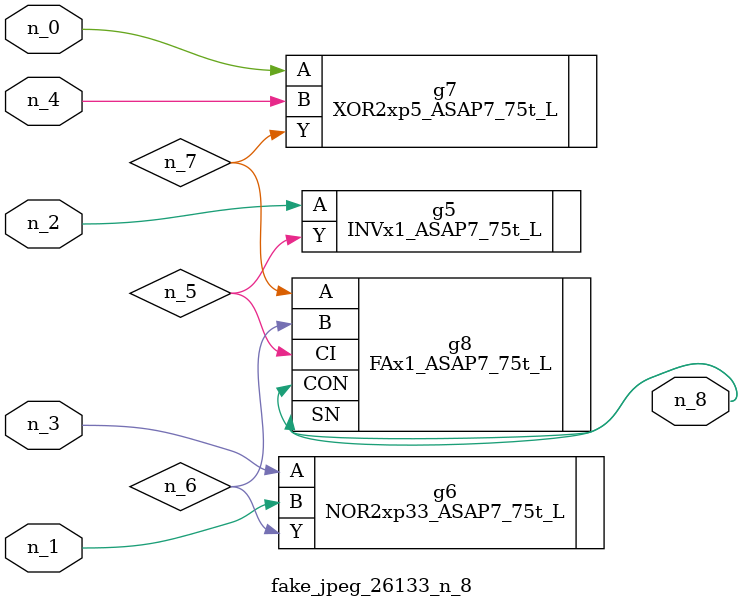
<source format=v>
module fake_jpeg_26133_n_8 (n_3, n_2, n_1, n_0, n_4, n_8);

input n_3;
input n_2;
input n_1;
input n_0;
input n_4;

output n_8;

wire n_6;
wire n_5;
wire n_7;

INVx1_ASAP7_75t_L g5 ( 
.A(n_2),
.Y(n_5)
);

NOR2xp33_ASAP7_75t_L g6 ( 
.A(n_3),
.B(n_1),
.Y(n_6)
);

XOR2xp5_ASAP7_75t_L g7 ( 
.A(n_0),
.B(n_4),
.Y(n_7)
);

FAx1_ASAP7_75t_L g8 ( 
.A(n_7),
.B(n_6),
.CI(n_5),
.CON(n_8),
.SN(n_8)
);


endmodule
</source>
